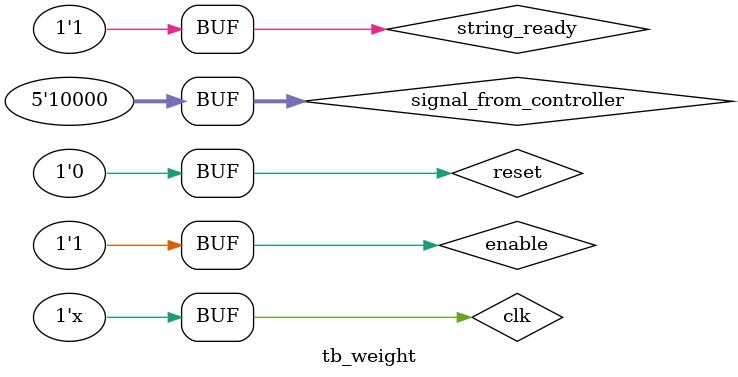
<source format=v>
`timescale 1ns / 1ps


module tb_weight;
    parameter DWIDTH = 8;
    parameter weight_num = 23331;
    parameter strlen = 150;
    parameter groups = 4;
    parameter num = 4;
    parameter max_number_of_weight = num*groups;   
    parameter buffer_size = 370128;
    
    reg clk;
    reg reset;
    reg enable;
    reg [num:0] signal_from_controller;
    reg string_ready;
    wire [max_number_of_weight*DWIDTH-1:0] weight_cut;
    wire weight_enable;
    wire string_finish;
    weight_cut #(.DWIDTH(DWIDTH), .strlen(strlen), .groups(groups), .num(num), .max_number_of_weight(max_number_of_weight), .weight_num(weight_num), .buffer_size(buffer_size))
    test(
        .clk(clk),
        .reset(reset),
        .enable(enable),
        .signal_from_controller(signal_from_controller),
        .string_ready(string_ready),
        .weight_cut(weight_cut),
        .weight_enable(weight_enable),
        .string_finish(string_finish)
    );
    
    initial begin
        clk = 0;
        reset = 1;
        
        #20
        reset = 0;
        enable = 0;
        signal_from_controller = 5'b00000;
        string_ready=1;
        #20
        enable = 1;
        signal_from_controller = 5'b10000;
    end

    always #10 clk = ~clk;

endmodule

</source>
